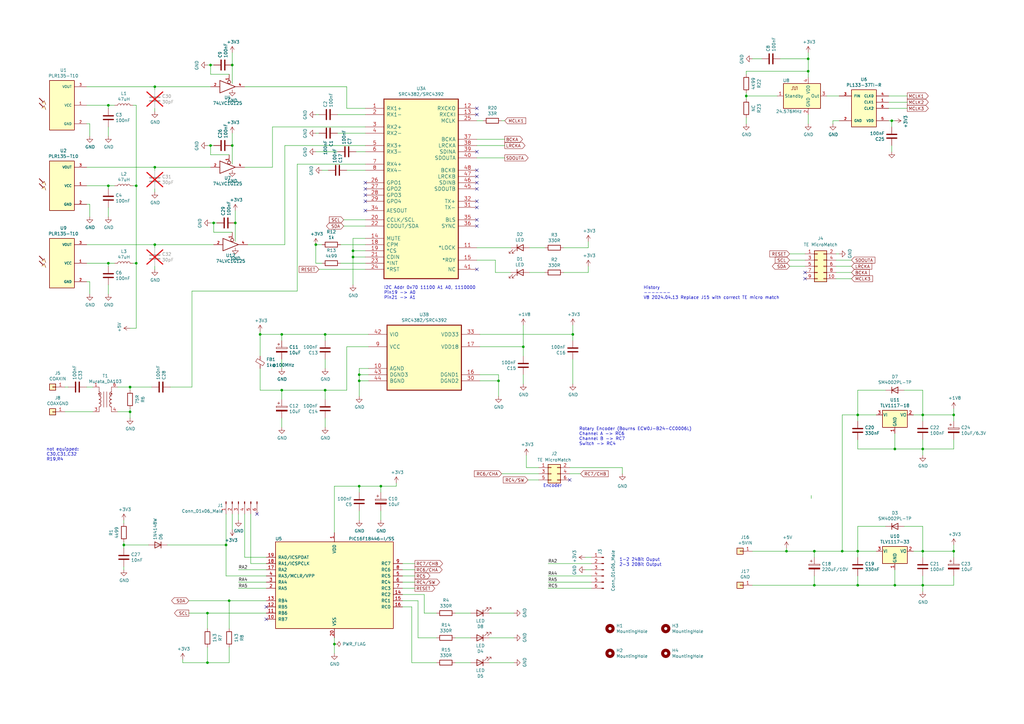
<source format=kicad_sch>
(kicad_sch (version 20231120) (generator "eeschema") (generator_version "8.0")
  (paper "A3")
  (title_block (title "Async sample rate converter") (date "2024-04-17") (rev "V8"))
  (junction (at 144.78 105.41))
  (junction (at 147.32 156.21))
  (junction (at 53.34 168.91))
  (junction (at 92.71 223.52))
  (junction (at 345.44 226.06))
  (junction (at 391.16 226.06))
  (junction (at 306.07 39.37))
  (junction (at 214.63 142.24))
  (junction (at 156.21 199.39))
  (junction (at 367.03 240.03))
  (junction (at 137.16 264.16))
  (junction (at 55.88 76.2))
  (junction (at 44.45 43.18))
  (junction (at 378.46 240.03))
  (junction (at 53.34 158.75))
  (junction (at 63.5 68.58))
  (junction (at 95.25 59.69))
  (junction (at 378.46 184.15))
  (junction (at 144.78 102.87))
  (junction (at 85.09 271.78))
  (junction (at 351.79 226.06))
  (junction (at 378.46 170.18))
  (junction (at 365.76 49.53))
  (junction (at 391.16 170.18))
  (junction (at 55.88 107.95))
  (junction (at 147.32 199.39))
  (junction (at 322.58 226.06))
  (junction (at 351.79 170.18))
  (junction (at 93.98 246.38))
  (junction (at 87.63 91.44))
  (junction (at 133.35 137.16))
  (junction (at 351.79 240.03))
  (junction (at 204.47 156.21))
  (junction (at 85.09 251.46))
  (junction (at 63.5 35.56))
  (junction (at 44.45 76.2))
  (junction (at 331.47 29.21))
  (junction (at 115.57 137.16))
  (junction (at 147.32 153.67))
  (junction (at 86.36 26.67))
  (junction (at 96.52 91.44))
  (junction (at 63.5 100.33))
  (junction (at 115.57 160.02))
  (junction (at 86.36 59.69))
  (junction (at 367.03 184.15))
  (junction (at 106.68 137.16))
  (junction (at 133.35 160.02))
  (junction (at 334.01 240.03))
  (junction (at 331.47 24.13))
  (junction (at 234.95 137.16))
  (junction (at 129.54 100.33))
  (junction (at 334.01 226.06))
  (junction (at 44.45 107.95))
  (junction (at 378.46 226.06))
  (junction (at 95.25 26.67))
  (junction (at 50.8 223.52))
  (no_connect (at 109.22 254))
  (no_connect (at 330.2 114.3))
  (no_connect (at 105.41 210.82))
  (no_connect (at 195.58 46.99))
  (no_connect (at 109.22 248.92))
  (no_connect (at 149.86 82.55))
  (no_connect (at 149.86 86.36))
  (no_connect (at 233.68 196.85))
  (no_connect (at 195.58 110.49))
  (no_connect (at 195.58 77.47))
  (no_connect (at 195.58 62.23))
  (no_connect (at 149.86 80.01))
  (no_connect (at 195.58 92.71))
  (no_connect (at 330.2 111.76))
  (no_connect (at 195.58 82.55))
  (no_connect (at 195.58 44.45))
  (no_connect (at 195.58 72.39))
  (no_connect (at 195.58 69.85))
  (no_connect (at 149.86 77.47))
  (no_connect (at 195.58 90.17))
  (no_connect (at 195.58 74.93))
  (no_connect (at 195.58 85.09))
  (no_connect (at 149.86 74.93))
  (wire (pts (xy 109.22 231.14) (xy 102.87 231.14)))
  (wire (pts (xy 97.79 241.3) (xy 109.22 241.3)))
  (wire (pts (xy 130.81 54.61) (xy 129.54 54.61)))
  (wire (pts (xy 367.03 184.15) (xy 351.79 184.15)))
  (wire (pts (xy 205.74 194.31) (xy 220.98 194.31)))
  (wire (pts (xy 46.99 43.18) (xy 44.45 43.18)))
  (wire (pts (xy 165.1 246.38) (xy 171.45 246.38)))
  (wire (pts (xy 255.27 191.77) (xy 255.27 194.31)))
  (wire (pts (xy 50.8 224.79) (xy 50.8 223.52)))
  (wire (pts (xy 35.56 68.58) (xy 63.5 68.58)))
  (wire (pts (xy 147.32 156.21) (xy 147.32 153.67)))
  (wire (pts (xy 195.58 101.6) (xy 209.55 101.6)))
  (wire (pts (xy 63.5 36.83) (xy 63.5 35.56)))
  (wire (pts (xy 351.79 228.6) (xy 351.79 226.06)))
  (wire (pts (xy 44.45 77.47) (xy 44.45 76.2)))
  (wire (pts (xy 364.49 44.45) (xy 372.11 44.45)))
  (wire (pts (xy 378.46 160.02) (xy 370.84 160.02)))
  (wire (pts (xy 139.7 107.95) (xy 149.86 107.95)))
  (wire (pts (xy 351.79 170.18) (xy 359.41 170.18)))
  (wire (pts (xy 149.86 54.61) (xy 138.43 54.61)))
  (wire (pts (xy 93.98 30.48) (xy 86.36 30.48)))
  (wire (pts (xy 74.93 271.78) (xy 85.09 271.78)))
  (wire (pts (xy 133.35 151.13) (xy 133.35 147.32)))
  (wire (pts (xy 378.46 170.18) (xy 374.65 170.18)))
  (wire (pts (xy 195.58 49.53) (xy 198.12 49.53)))
  (wire (pts (xy 86.36 30.48) (xy 86.36 26.67)))
  (wire (pts (xy 240.03 228.6) (xy 242.57 228.6)))
  (wire (pts (xy 87.63 100.33) (xy 63.5 100.33)))
  (wire (pts (xy 173.99 243.84) (xy 173.99 251.46)))
  (wire (pts (xy 378.46 228.6) (xy 378.46 226.06)))
  (wire (pts (xy 111.76 68.58) (xy 111.76 52.07)))
  (wire (pts (xy 142.24 69.85) (xy 149.86 69.85)))
  (wire (pts (xy 170.18 236.22) (xy 165.1 236.22)))
  (wire (pts (xy 179.07 271.78) (xy 168.91 271.78)))
  (wire (pts (xy 351.79 172.72) (xy 351.79 170.18)))
  (wire (pts (xy 53.34 171.45) (xy 53.34 168.91)))
  (wire (pts (xy 234.95 133.35) (xy 234.95 137.16)))
  (wire (pts (xy 133.35 137.16) (xy 115.57 137.16)))
  (wire (pts (xy 149.86 46.99) (xy 138.43 46.99)))
  (wire (pts (xy 142.24 35.56) (xy 142.24 44.45)))
  (wire (pts (xy 378.46 186.69) (xy 378.46 184.15)))
  (wire (pts (xy 134.62 69.85) (xy 132.08 69.85)))
  (wire (pts (xy 204.47 153.67) (xy 204.47 156.21)))
  (wire (pts (xy 133.35 139.7) (xy 133.35 137.16)))
  (wire (pts (xy 95.25 59.69) (xy 95.25 67.31)))
  (wire (pts (xy 391.16 184.15) (xy 391.16 180.34)))
  (wire (pts (xy 86.36 59.69) (xy 86.36 63.5)))
  (wire (pts (xy 156.21 199.39) (xy 156.21 201.93)))
  (wire (pts (xy 35.56 76.2) (xy 44.45 76.2)))
  (wire (pts (xy 44.45 120.65) (xy 44.45 116.84)))
  (wire (pts (xy 308.61 226.06) (xy 322.58 226.06)))
  (wire (pts (xy 121.92 67.31) (xy 149.86 67.31)))
  (wire (pts (xy 63.5 100.33) (xy 35.56 100.33)))
  (wire (pts (xy 215.9 191.77) (xy 215.9 186.69)))
  (wire (pts (xy 93.98 63.5) (xy 86.36 63.5)))
  (wire (pts (xy 318.77 39.37) (xy 306.07 39.37)))
  (wire (pts (xy 115.57 137.16) (xy 106.68 137.16)))
  (wire (pts (xy 332.74 204.47) (xy 332.74 203.2)))
  (wire (pts (xy 132.08 100.33) (xy 129.54 100.33)))
  (wire (pts (xy 165.1 243.84) (xy 173.99 243.84)))
  (wire (pts (xy 351.79 184.15) (xy 351.79 180.34)))
  (wire (pts (xy 334.01 226.06) (xy 345.44 226.06)))
  (wire (pts (xy 147.32 162.56) (xy 147.32 156.21)))
  (wire (pts (xy 85.09 271.78) (xy 93.98 271.78)))
  (wire (pts (xy 132.08 107.95) (xy 129.54 107.95)))
  (wire (pts (xy 349.25 114.3) (xy 342.9 114.3)))
  (wire (pts (xy 92.71 223.52) (xy 92.71 236.22)))
  (wire (pts (xy 133.35 160.02) (xy 133.35 163.83)))
  (wire (pts (xy 331.47 50.8) (xy 331.47 46.99)))
  (wire (pts (xy 364.49 41.91) (xy 372.11 41.91)))
  (wire (pts (xy 334.01 226.06) (xy 334.01 228.6)))
  (wire (pts (xy 331.47 24.13) (xy 331.47 29.21)))
  (wire (pts (xy 106.68 137.16) (xy 106.68 135.89)))
  (wire (pts (xy 35.56 35.56) (xy 63.5 35.56)))
  (wire (pts (xy 35.56 158.75) (xy 38.1 158.75)))
  (wire (pts (xy 129.54 107.95) (xy 129.54 100.33)))
  (wire (pts (xy 378.46 236.22) (xy 378.46 240.03)))
  (wire (pts (xy 378.46 184.15) (xy 391.16 184.15)))
  (wire (pts (xy 63.5 78.74) (xy 63.5 77.47)))
  (wire (pts (xy 50.8 233.68) (xy 50.8 232.41)))
  (wire (pts (xy 100.33 228.6) (xy 100.33 210.82)))
  (wire (pts (xy 115.57 175.26) (xy 115.57 171.45)))
  (wire (pts (xy 63.5 45.72) (xy 63.5 44.45)))
  (wire (pts (xy 351.79 170.18) (xy 345.44 170.18)))
  (wire (pts (xy 214.63 133.35) (xy 214.63 142.24)))
  (wire (pts (xy 130.81 110.49) (xy 149.86 110.49)))
  (wire (pts (xy 139.7 100.33) (xy 149.86 100.33)))
  (wire (pts (xy 142.24 142.24) (xy 142.24 160.02)))
  (wire (pts (xy 151.13 156.21) (xy 147.32 156.21)))
  (wire (pts (xy 339.09 39.37) (xy 344.17 39.37)))
  (wire (pts (xy 363.22 215.9) (xy 351.79 215.9)))
  (wire (pts (xy 133.35 175.26) (xy 133.35 171.45)))
  (wire (pts (xy 27.94 158.75) (xy 26.67 158.75)))
  (wire (pts (xy 147.32 213.36) (xy 147.32 209.55)))
  (wire (pts (xy 349.25 106.68) (xy 342.9 106.68)))
  (wire (pts (xy 214.63 146.05) (xy 214.63 142.24)))
  (wire (pts (xy 224.79 241.3) (xy 242.57 241.3)))
  (wire (pts (xy 97.79 233.68) (xy 109.22 233.68)))
  (wire (pts (xy 147.32 153.67) (xy 151.13 153.67)))
  (wire (pts (xy 50.8 214.63) (xy 50.8 213.36)))
  (wire (pts (xy 26.67 168.91) (xy 38.1 168.91)))
  (wire (pts (xy 200.66 271.78) (xy 210.82 271.78)))
  (wire (pts (xy 165.1 241.3) (xy 170.18 241.3)))
  (wire (pts (xy 129.54 62.23) (xy 138.43 62.23)))
  (wire (pts (xy 391.16 167.64) (xy 391.16 170.18)))
  (wire (pts (xy 200.66 251.46) (xy 210.82 251.46)))
  (wire (pts (xy 231.14 111.76) (xy 241.3 111.76)))
  (wire (pts (xy 115.57 151.13) (xy 115.57 147.32)))
  (wire (pts (xy 85.09 59.69) (xy 86.36 59.69)))
  (wire (pts (xy 378.46 180.34) (xy 378.46 184.15)))
  (wire (pts (xy 92.71 210.82) (xy 92.71 223.52)))
  (wire (pts (xy 55.88 107.95) (xy 55.88 76.2)))
  (wire (pts (xy 36.83 83.82) (xy 35.56 83.82)))
  (wire (pts (xy 63.5 110.49) (xy 63.5 109.22)))
  (wire (pts (xy 365.76 52.07) (xy 365.76 49.53)))
  (wire (pts (xy 149.86 92.71) (xy 140.97 92.71)))
  (wire (pts (xy 116.84 59.69) (xy 149.86 59.69)))
  (wire (pts (xy 74.93 270.51) (xy 74.93 271.78)))
  (wire (pts (xy 203.2 106.68) (xy 195.58 106.68)))
  (wire (pts (xy 170.18 231.14) (xy 165.1 231.14)))
  (wire (pts (xy 55.88 76.2) (xy 55.88 43.18)))
  (wire (pts (xy 391.16 240.03) (xy 391.16 236.22)))
  (wire (pts (xy 334.01 240.03) (xy 334.01 236.22)))
  (wire (pts (xy 349.25 109.22) (xy 342.9 109.22)))
  (wire (pts (xy 63.5 69.85) (xy 63.5 68.58)))
  (wire (pts (xy 111.76 52.07) (xy 149.86 52.07)))
  (wire (pts (xy 142.24 44.45) (xy 149.86 44.45)))
  (wire (pts (xy 378.46 242.57) (xy 378.46 240.03)))
  (wire (pts (xy 95.25 95.25) (xy 87.63 95.25)))
  (wire (pts (xy 115.57 163.83) (xy 115.57 160.02)))
  (wire (pts (xy 351.79 226.06) (xy 359.41 226.06)))
  (wire (pts (xy 186.69 271.78) (xy 193.04 271.78)))
  (wire (pts (xy 95.25 217.17) (xy 95.25 210.82)))
  (wire (pts (xy 233.68 191.77) (xy 255.27 191.77)))
  (wire (pts (xy 63.5 68.58) (xy 86.36 68.58)))
  (wire (pts (xy 86.36 91.44) (xy 87.63 91.44)))
  (wire (pts (xy 209.55 111.76) (xy 203.2 111.76)))
  (wire (pts (xy 306.07 38.1) (xy 306.07 39.37)))
  (wire (pts (xy 241.3 101.6) (xy 241.3 99.06)))
  (wire (pts (xy 44.45 44.45) (xy 44.45 43.18)))
  (wire (pts (xy 224.79 238.76) (xy 242.57 238.76)))
  (wire (pts (xy 46.99 107.95) (xy 44.45 107.95)))
  (wire (pts (xy 144.78 105.41) (xy 144.78 102.87)))
  (wire (pts (xy 306.07 48.26) (xy 306.07 50.8)))
  (wire (pts (xy 85.09 257.81) (xy 85.09 251.46)))
  (wire (pts (xy 87.63 91.44) (xy 88.9 91.44)))
  (wire (pts (xy 151.13 137.16) (xy 133.35 137.16)))
  (wire (pts (xy 378.46 226.06) (xy 374.65 226.06)))
  (wire (pts (xy 351.79 160.02) (xy 351.79 170.18)))
  (wire (pts (xy 240.03 233.68) (xy 242.57 233.68)))
  (wire (pts (xy 133.35 160.02) (xy 142.24 160.02)))
  (wire (pts (xy 162.56 199.39) (xy 156.21 199.39)))
  (wire (pts (xy 170.18 233.68) (xy 165.1 233.68)))
  (wire (pts (xy 378.46 240.03) (xy 391.16 240.03)))
  (wire (pts (xy 44.45 109.22) (xy 44.45 107.95)))
  (wire (pts (xy 200.66 261.62) (xy 210.82 261.62)))
  (wire (pts (xy 204.47 156.21) (xy 196.85 156.21)))
  (wire (pts (xy 330.2 106.68) (xy 323.85 106.68)))
  (wire (pts (xy 149.86 62.23) (xy 146.05 62.23)))
  (wire (pts (xy 115.57 160.02) (xy 106.68 160.02)))
  (wire (pts (xy 93.98 246.38) (xy 109.22 246.38)))
  (wire (pts (xy 186.69 261.62) (xy 193.04 261.62)))
  (wire (pts (xy 96.52 86.36) (xy 96.52 91.44)))
  (wire (pts (xy 391.16 170.18) (xy 378.46 170.18)))
  (wire (pts (xy 224.79 236.22) (xy 242.57 236.22)))
  (wire (pts (xy 86.36 26.67) (xy 87.63 26.67)))
  (wire (pts (xy 330.2 104.14) (xy 323.85 104.14)))
  (wire (pts (xy 147.32 199.39) (xy 147.32 201.93)))
  (wire (pts (xy 205.74 49.53) (xy 207.01 49.53)))
  (wire (pts (xy 95.25 54.61) (xy 95.25 59.69)))
  (wire (pts (xy 144.78 116.84) (xy 144.78 105.41)))
  (wire (pts (xy 195.58 59.69) (xy 207.01 59.69)))
  (wire (pts (xy 214.63 142.24) (xy 196.85 142.24)))
  (wire (pts (xy 96.52 91.44) (xy 96.52 99.06)))
  (wire (pts (xy 173.99 251.46) (xy 179.07 251.46)))
  (wire (pts (xy 36.83 115.57) (xy 35.56 115.57)))
  (wire (pts (xy 331.47 24.13) (xy 320.04 24.13)))
  (wire (pts (xy 364.49 39.37) (xy 372.11 39.37)))
  (wire (pts (xy 63.5 35.56) (xy 86.36 35.56)))
  (wire (pts (xy 100.33 68.58) (xy 111.76 68.58)))
  (wire (pts (xy 345.44 226.06) (xy 351.79 226.06)))
  (wire (pts (xy 93.98 271.78) (xy 93.98 265.43)))
  (wire (pts (xy 233.68 194.31) (xy 238.125 194.31)))
  (wire (pts (xy 351.79 215.9) (xy 351.79 226.06)))
  (wire (pts (xy 367.03 184.15) (xy 367.03 177.8)))
  (wire (pts (xy 351.79 240.03) (xy 334.01 240.03)))
  (wire (pts (xy 367.03 49.53) (xy 365.76 49.53)))
  (wire (pts (xy 203.2 111.76) (xy 203.2 106.68)))
  (wire (pts (xy 69.85 158.75) (xy 78.74 158.75)))
  (wire (pts (xy 53.34 158.75) (xy 62.23 158.75)))
  (wire (pts (xy 36.83 88.9) (xy 36.83 83.82)))
  (wire (pts (xy 179.07 261.62) (xy 171.45 261.62)))
  (wire (pts (xy 48.26 158.75) (xy 53.34 158.75)))
  (wire (pts (xy 306.07 29.21) (xy 331.47 29.21)))
  (wire (pts (xy 44.45 55.88) (xy 44.45 52.07)))
  (wire (pts (xy 36.83 50.8) (xy 35.56 50.8)))
  (wire (pts (xy 53.34 134.62) (xy 55.88 134.62)))
  (wire (pts (xy 367.03 240.03) (xy 351.79 240.03)))
  (wire (pts (xy 170.18 238.76) (xy 165.1 238.76)))
  (wire (pts (xy 331.47 24.13) (xy 331.47 21.59)))
  (wire (pts (xy 217.17 111.76) (xy 223.52 111.76)))
  (wire (pts (xy 129.54 46.99) (xy 130.81 46.99)))
  (wire (pts (xy 220.98 191.77) (xy 215.9 191.77)))
  (wire (pts (xy 378.46 170.18) (xy 378.46 160.02)))
  (wire (pts (xy 345.44 170.18) (xy 345.44 226.06)))
  (wire (pts (xy 100.33 35.56) (xy 142.24 35.56)))
  (wire (pts (xy 35.56 107.95) (xy 44.45 107.95)))
  (wire (pts (xy 306.07 30.48) (xy 306.07 29.21)))
  (wire (pts (xy 144.78 102.87) (xy 149.86 102.87)))
  (wire (pts (xy 77.47 246.38) (xy 93.98 246.38)))
  (wire (pts (xy 195.58 57.15) (xy 207.01 57.15)))
  (wire (pts (xy 137.16 199.39) (xy 137.16 218.44)))
  (wire (pts (xy 92.71 236.22) (xy 109.22 236.22)))
  (wire (pts (xy 308.61 240.03) (xy 334.01 240.03)))
  (wire (pts (xy 363.22 160.02) (xy 351.79 160.02)))
  (wire (pts (xy 342.9 104.14) (xy 344.17 104.14)))
  (wire (pts (xy 151.13 151.13) (xy 147.32 151.13)))
  (wire (pts (xy 78.74 119.38) (xy 78.74 158.75)))
  (wire (pts (xy 331.47 29.21) (xy 331.47 31.75)))
  (wire (pts (xy 217.17 101.6) (xy 223.52 101.6)))
  (wire (pts (xy 149.86 97.79) (xy 144.78 97.79)))
  (wire (pts (xy 55.88 107.95) (xy 55.88 134.62)))
  (wire (pts (xy 137.16 264.16) (xy 137.16 261.62)))
  (wire (pts (xy 351.79 240.03) (xy 351.79 236.22)))
  (wire (pts (xy 97.79 238.76) (xy 109.22 238.76)))
  (wire (pts (xy 68.58 223.52) (xy 92.71 223.52)))
  (wire (pts (xy 241.3 111.76) (xy 241.3 109.22)))
  (wire (pts (xy 365.76 62.23) (xy 365.76 59.69)))
  (wire (pts (xy 330.2 109.22) (xy 323.85 109.22)))
  (wire (pts (xy 341.63 49.53) (xy 344.17 49.53)))
  (wire (pts (xy 48.26 168.91) (xy 53.34 168.91)))
  (wire (pts (xy 36.83 120.65) (xy 36.83 115.57)))
  (wire (pts (xy 171.45 246.38) (xy 171.45 261.62)))
  (wire (pts (xy 60.96 223.52) (xy 50.8 223.52)))
  (wire (pts (xy 63.5 101.6) (xy 63.5 100.33)))
  (wire (pts (xy 109.22 228.6) (xy 100.33 228.6)))
  (wire (pts (xy 86.36 59.69) (xy 87.63 59.69)))
  (wire (pts (xy 50.8 223.52) (xy 50.8 222.25)))
  (wire (pts (xy 116.84 100.33) (xy 101.6 100.33)))
  (wire (pts (xy 162.56 198.12) (xy 162.56 199.39)))
  (wire (pts (xy 234.95 137.16) (xy 234.95 139.7)))
  (wire (pts (xy 95.25 21.59) (xy 95.25 26.67)))
  (wire (pts (xy 142.24 142.24) (xy 151.13 142.24)))
  (wire (pts (xy 322.58 224.79) (xy 322.58 226.06)))
  (wire (pts (xy 341.63 50.8) (xy 341.63 49.53)))
  (wire (pts (xy 196.85 153.67) (xy 204.47 153.67)))
  (wire (pts (xy 85.09 26.67) (xy 86.36 26.67)))
  (wire (pts (xy 55.88 76.2) (xy 54.61 76.2)))
  (wire (pts (xy 391.16 172.72) (xy 391.16 170.18)))
  (wire (pts (xy 97.79 213.36) (xy 97.79 210.82)))
  (wire (pts (xy 308.61 24.13) (xy 312.42 24.13)))
  (wire (pts (xy 322.58 226.06) (xy 334.01 226.06)))
  (wire (pts (xy 55.88 107.95) (xy 54.61 107.95)))
  (wire (pts (xy 137.16 267.97) (xy 137.16 264.16)))
  (wire (pts (xy 378.46 184.15) (xy 367.03 184.15)))
  (wire (pts (xy 121.92 119.38) (xy 78.74 119.38)))
  (wire (pts (xy 106.68 151.13) (xy 106.68 160.02)))
  (wire (pts (xy 115.57 160.02) (xy 133.35 160.02)))
  (wire (pts (xy 121.92 67.31) (xy 121.92 119.38)))
  (wire (pts (xy 168.91 248.92) (xy 165.1 248.92)))
  (wire (pts (xy 391.16 226.06) (xy 378.46 226.06)))
  (wire (pts (xy 186.69 251.46) (xy 193.04 251.46)))
  (wire (pts (xy 147.32 199.39) (xy 137.16 199.39)))
  (wire (pts (xy 367.03 240.03) (xy 367.03 233.68)))
  (wire (pts (xy 87.63 95.25) (xy 87.63 91.44)))
  (wire (pts (xy 391.16 223.52) (xy 391.16 226.06)))
  (wire (pts (xy 365.76 49.53) (xy 364.49 49.53)))
  (wire (pts (xy 149.86 105.41) (xy 144.78 105.41)))
  (wire (pts (xy 53.34 168.91) (xy 53.34 167.64)))
  (wire (pts (xy 378.46 226.06) (xy 378.46 215.9)))
  (wire (pts (xy 168.91 248.92) (xy 168.91 271.78)))
  (wire (pts (xy 214.63 157.48) (xy 214.63 153.67)))
  (wire (pts (xy 54.61 43.18) (xy 55.88 43.18)))
  (wire (pts (xy 234.95 157.48) (xy 234.95 147.32)))
  (wire (pts (xy 207.01 64.77) (xy 195.58 64.77)))
  (wire (pts (xy 36.83 55.88) (xy 36.83 50.8)))
  (wire (pts (xy 391.16 228.6) (xy 391.16 226.06)))
  (wire (pts (xy 77.47 251.46) (xy 85.09 251.46)))
  (wire (pts (xy 53.34 160.02) (xy 53.34 158.75)))
  (wire (pts (xy 349.25 111.76) (xy 342.9 111.76)))
  (wire (pts (xy 85.09 265.43) (xy 85.09 271.78)))
  (wire (pts (xy 102.87 231.14) (xy 102.87 210.82)))
  (wire (pts (xy 147.32 151.13) (xy 147.32 153.67)))
  (wire (pts (xy 116.84 59.69) (xy 116.84 100.33)))
  (wire (pts (xy 95.25 26.67) (xy 95.25 34.29)))
  (wire (pts (xy 378.46 172.72) (xy 378.46 170.18)))
  (wire (pts (xy 378.46 240.03) (xy 367.03 240.03)))
  (wire (pts (xy 224.79 231.14) (xy 242.57 231.14)))
  (wire (pts (xy 156.21 213.36) (xy 156.21 209.55)))
  (wire (pts (xy 115.57 137.16) (xy 115.57 139.7)))
  (wire (pts (xy 231.14 101.6) (xy 241.3 101.6)))
  (wire (pts (xy 35.56 43.18) (xy 44.45 43.18)))
  (wire (pts (xy 156.21 199.39) (xy 147.32 199.39)))
  (wire (pts (xy 46.99 76.2) (xy 44.45 76.2)))
  (wire (pts (xy 216.535 196.85) (xy 220.98 196.85)))
  (wire (pts (xy 378.46 215.9) (xy 370.84 215.9)))
  (wire (pts (xy 106.68 146.05) (xy 106.68 137.16)))
  (wire (pts (xy 144.78 97.79) (xy 144.78 102.87)))
  (wire (pts (xy 44.45 88.9) (xy 44.45 85.09)))
  (wire (pts (xy 306.07 39.37) (xy 306.07 40.64)))
  (wire (pts (xy 204.47 162.56) (xy 204.47 156.21)))
  (wire (pts (xy 140.97 90.17) (xy 149.86 90.17)))
  (wire (pts (xy 93.98 257.81) (xy 93.98 246.38)))
  (wire (pts (xy 85.09 251.46) (xy 109.22 251.46)))
  (wire (pts (xy 196.85 137.16) (xy 234.95 137.16)))
  (text "I2C Addr 0x70 11100 A1 A0, 1110000\nPin19 -> A0\nPin21 -> A1\n\n\n" (at 157.48 127 0) (effects (font (size 1.27 1.27)) (justify left bottom)))
  (text "History\n-------\nV8 2024.04.13 Replace J15 with correct TE micro match" (at 263.906 120.142 0) (effects (font (size 1.27 1.27)) (justify left)))
  (text "1-2 24Bit Ouput\n2-3 20Bit Output" (at 254 232.41 0) (effects (font (size 1.27 1.27)) (justify left bottom)))
  (text "Rotary Encoder (Bourns ECW0J-B24-CC0006L)\nChannel A -> RC6\nChannel B -> RC7\nSwitch -> RC4" (at 237.49 182.88 0) (effects (font (size 1.27 1.27)) (justify left bottom)))
  (text "Encoder" (at 230.505 200.025 0) (effects (font (size 1.27 1.27)) (justify right bottom)))
  (text "not equipped:\nC30,C31,C32\nR19,R4" (at 19.05 189.23 0) (effects (font (size 1.27 1.27)) (justify left bottom)))
  (label "RA4" (at 97.79 238.76 0))
  (label "RA5" (at 97.79 241.3 0))
  (label "RA5" (at 224.79 238.76 0))
  (label "RA4" (at 224.79 236.22 0))
  (label "RA2" (at 97.79 233.68 0))
  (label "RA2" (at 224.79 231.14 0))
  (label "RC5" (at 224.79 241.3 0))
  (global_label "SCL" (shape input) (at 140.97 90.17 180) (property "Intersheetrefs" "${INTERSHEET_REFS}" (effects (hide yes))))
  (global_label "MCLK1" (shape input) (at 207.01 49.53 0) (property "Intersheetrefs" "${INTERSHEET_REFS}" (effects (hide yes))))
  (global_label "RC4{slash}SW" (shape input) (at 216.535 196.85 180) (property "Intersheetrefs" "${INTERSHEET_REFS}" (effects (hide yes))))
  (global_label "RC6{slash}CHA" (shape output) (at 170.18 233.68 0) (property "Intersheetrefs" "${INTERSHEET_REFS}" (effects (hide yes))))
  (global_label "LRCKA" (shape output) (at 207.01 59.69 0) (property "Intersheetrefs" "${INTERSHEET_REFS}" (effects (hide yes))))
  (global_label "RC6{slash}CHA" (shape input) (at 205.74 194.31 180) (property "Intersheetrefs" "${INTERSHEET_REFS}" (effects (hide yes))))
  (global_label "SDA" (shape bidirectional) (at 140.97 92.71 180) (property "Intersheetrefs" "${INTERSHEET_REFS}" (effects (hide yes))))
  (global_label "MCLK3" (shape output) (at 372.11 44.45 0) (property "Intersheetrefs" "${INTERSHEET_REFS}" (effects (hide yes))))
  (global_label "RESET" (shape output) (at 170.18 241.3 0) (property "Intersheetrefs" "${INTERSHEET_REFS}" (effects (hide yes))))
  (global_label "RC7{slash}CHB" (shape output) (at 170.18 231.14 0) (property "Intersheetrefs" "${INTERSHEET_REFS}" (effects (hide yes))))
  (global_label "RESET" (shape input) (at 323.85 104.14 180) (property "Intersheetrefs" "${INTERSHEET_REFS}" (effects (hide yes))))
  (global_label "MCLK1" (shape output) (at 372.11 39.37 0) (property "Intersheetrefs" "${INTERSHEET_REFS}" (effects (hide yes))))
  (global_label "RC7{slash}CHB" (shape input) (at 238.125 194.31 0) (property "Intersheetrefs" "${INTERSHEET_REFS}" (effects (hide yes))))
  (global_label "SDOUTA" (shape output) (at 207.01 64.77 0) (property "Intersheetrefs" "${INTERSHEET_REFS}" (effects (hide yes))))
  (global_label "RESET" (shape input) (at 130.81 110.49 180) (property "Intersheetrefs" "${INTERSHEET_REFS}" (effects (hide yes))))
  (global_label "SDA" (shape bidirectional) (at 77.47 246.38 180) (property "Intersheetrefs" "${INTERSHEET_REFS}" (effects (hide yes))))
  (global_label "BCKA" (shape input) (at 349.25 111.76 0) (property "Intersheetrefs" "${INTERSHEET_REFS}" (effects (hide yes))))
  (global_label "MCLK2" (shape output) (at 372.11 41.91 0) (property "Intersheetrefs" "${INTERSHEET_REFS}" (effects (hide yes))))
  (global_label "SDOUTA" (shape input) (at 349.25 106.68 0) (property "Intersheetrefs" "${INTERSHEET_REFS}" (effects (hide yes))))
  (global_label "SCL" (shape output) (at 77.47 251.46 180) (property "Intersheetrefs" "${INTERSHEET_REFS}" (effects (hide yes))))
  (global_label "SDA" (shape bidirectional) (at 323.85 109.22 180) (property "Intersheetrefs" "${INTERSHEET_REFS}" (effects (hide yes))))
  (global_label "RC5" (shape output) (at 170.18 236.22 0) (property "Intersheetrefs" "${INTERSHEET_REFS}" (effects (hide yes))))
  (global_label "MCLK3" (shape input) (at 349.25 114.3 0) (property "Intersheetrefs" "${INTERSHEET_REFS}" (effects (hide yes))))
  (global_label "BCKA" (shape output) (at 207.01 57.15 0) (property "Intersheetrefs" "${INTERSHEET_REFS}" (effects (hide yes))))
  (global_label "RC4{slash}SW" (shape output) (at 170.18 238.76 0) (property "Intersheetrefs" "${INTERSHEET_REFS}" (effects (hide yes))))
  (global_label "LRCKA" (shape input) (at 349.25 109.22 0) (property "Intersheetrefs" "${INTERSHEET_REFS}" (effects (hide yes))))
  (global_label "SCL" (shape input) (at 323.85 106.68 180) (property "Intersheetrefs" "${INTERSHEET_REFS}" (effects (hide yes))))
  (symbol (lib_id "Device:C") (at 147.32 205.74 180) (unit 1)
    (property "Reference" "C5" (at 144.399 206.9084 0) (effects (justify left)))
    (property "Value" "100nF" (at 144.399 204.597 0) (effects (justify left)))
    (property "Footprint" "Capacitor_SMD:C_0603_1608Metric_Pad1.08x0.95mm_HandSolder" (effects (hide yes)))
    (property "manf#" "CL10B104KB8NNNL" (effects (hide yes)))
  )
  (symbol (lib_id "power:GND") (at 137.16 267.97 0) (unit 1)
    (property "Reference" "#PWR0115" (effects (hide yes)))
    (property "Value" "GND" (at 137.287 272.3642 0))
  )
  (symbol (lib_id "power:PWR_FLAG") (at 137.16 264.16 270) (unit 1)
    (property "Reference" "#FLG0101" (effects (hide yes)))
    (property "Value" "PWR_FLAG" (at 140.4112 264.16 90) (effects (justify left)))
  )
  (symbol (lib_id "MCU_Microchip_PIC16:PIC16F1829-IP") (at 137.16 241.3 0) (unit 1)
    (property "Reference" "U5" (at 114.3 220.98 0))
    (property "Value" "PIC16F18446-I/SS" (at 152.4 220.98 0))
    (property "Footprint" "Package_SO:SSOP-20_5.3x7.2mm_P0.65mm" (effects (hide yes)))
    (property "Datasheet" "http://ww1.microchip.com/downloads/en/DeviceDoc/41440C.pdf" (effects (hide yes)))
    (property "manf#" "PIC16F18446-I/SO" (effects (hide yes)))
  )
  (symbol (lib_id "kicad-snk:SRC4392") (at 149.86 44.45 0) (unit 1)
    (property "Reference" "U3" (at 172.72 36.322 0))
    (property "Value" "SRC4382/SRC4392" (at 172.72 38.6334 0))
    (property "Footprint" "Package_QFP:TQFP-48_7x7mm_P0.5mm" (effects (hide yes)))
    (property "manf#" "SRC4392IPFBR" (effects (hide yes)))
  )
  (symbol (lib_id "kicad-snk:SRC4392") (at 151.13 137.16 0) (unit 2)
    (property "Reference" "U3" (at 173.99 129.032 0))
    (property "Value" "SRC4382/SRC4392" (at 173.99 131.3434 0))
    (property "Footprint" "Package_QFP:TQFP-48_7x7mm_P0.5mm" (effects (hide yes)))
    (property "manf#" "SRC4392IPFBR" (effects (hide yes)))
  )
  (symbol (lib_id "kicad-snk:PLR135-T10") (at 25.4 43.18 0) (mirror y) (unit 1)
    (property "Reference" "U1" (at 26.0096 28.7782 0))
    (property "Value" "PLR135-T10" (at 26.0096 31.0896 0))
    (property "Footprint" "PLR135-T10_PLT133-T10W" (effects (hide yes)))
    (property "manf#" "PLR135/T10" (effects (hide yes)))
  )
  (symbol (lib_id "Device:C") (at 134.62 46.99 270) (unit 1)
    (property "Reference" "C2" (at 133.4516 44.069 0) (effects (justify right)))
    (property "Value" "100nF" (at 135.763 44.069 0) (effects (justify right)))
    (property "Footprint" "Capacitor_SMD:C_0603_1608Metric_Pad1.08x0.95mm_HandSolder" (effects (hide yes)))
    (property "manf#" "CL10B104KB8NNNL" (effects (hide yes)))
  )
  (symbol (lib_id "Device:C") (at 134.62 54.61 90) (unit 1)
    (property "Reference" "C1" (at 135.7884 57.531 0) (effects (justify right)))
    (property "Value" "100nF" (at 133.477 57.531 0) (effects (justify right)))
    (property "Footprint" "Capacitor_SMD:C_0603_1608Metric_Pad1.08x0.95mm_HandSolder" (effects (hide yes)))
    (property "manf#" "CL10B104KB8NNNL" (effects (hide yes)))
  )
  (symbol (lib_id "Device:LED") (at 213.36 101.6 0) (unit 1)
    (property "Reference" "D2" (at 213.1822 96.0882 0))
    (property "Value" "LED" (at 213.1822 98.3996 0))
    (property "Footprint" "LED_SMD:LED_0603_1608Metric_Pad1.05x0.95mm_HandSolder" (effects (hide yes)))
    (property "manf#" "LG R971-KN-1" (effects (hide yes)))
  )
  (symbol (lib_id "Device:LED") (at 213.36 111.76 0) (unit 1)
    (property "Reference" "D1" (at 213.1822 106.2482 0))
    (property "Value" "LED" (at 213.1822 108.5596 0))
    (property "Footprint" "LED_SMD:LED_0603_1608Metric_Pad1.05x0.95mm_HandSolder" (effects (hide yes)))
    (property "manf#" "LG R971-KN-1" (effects (hide yes)))
  )
  (symbol (lib_id "Mechanical:MountingHole") (at 250.19 257.81 0) (unit 1)
    (property "Reference" "H1" (at 252.73 256.6416 0) (effects (justify left)))
    (property "Value" "MountingHole" (at 252.73 258.953 0) (effects (justify left)))
    (property "Footprint" "MountingHole:MountingHole_3.2mm_M3_Pad_Via" (effects (hide yes)))
  )
  (symbol (lib_id "Mechanical:MountingHole") (at 273.05 257.81 0) (unit 1)
    (property "Reference" "H3" (at 275.59 256.6416 0) (effects (justify left)))
    (property "Value" "MountingHole" (at 275.59 258.953 0) (effects (justify left)))
    (property "Footprint" "MountingHole:MountingHole_3.2mm_M3_Pad_Via" (effects (hide yes)))
  )
  (symbol (lib_id "Mechanical:MountingHole") (at 250.19 267.97 0) (unit 1)
    (property "Reference" "H2" (at 252.73 266.8016 0) (effects (justify left)))
    (property "Value" "MountingHole" (at 252.73 269.113 0) (effects (justify left)))
    (property "Footprint" "MountingHole:MountingHole_3.2mm_M3_Pad_Via" (effects (hide yes)))
  )
  (symbol (lib_id "Mechanical:MountingHole") (at 273.05 267.97 0) (unit 1)
    (property "Reference" "H4" (at 275.59 266.8016 0) (effects (justify left)))
    (property "Value" "MountingHole" (at 275.59 269.113 0) (effects (justify left)))
    (property "Footprint" "MountingHole:MountingHole_3.2mm_M3_Pad_Via" (effects (hide yes)))
  )
  (symbol (lib_id "Device:R") (at 227.33 101.6 270) (unit 1)
    (property "Reference" "R3" (at 227.33 96.3422 90))
    (property "Value" "330R" (at 227.33 98.6536 90))
    (property "Footprint" "Resistor_SMD:R_0603_1608Metric_Pad0.98x0.95mm_HandSolder" (effects (hide yes)))
    (property "manf#" "RT0603FRD07330RL" (effects (hide yes)))
  )
  (symbol (lib_id "Device:R") (at 227.33 111.76 270) (unit 1)
    (property "Reference" "R2" (at 227.33 106.5022 90))
    (property "Value" "330R" (at 227.33 108.8136 90))
    (property "Footprint" "Resistor_SMD:R_0603_1608Metric_Pad0.98x0.95mm_HandSolder" (effects (hide yes)))
    (property "manf#" "RT0603FRD07330RL" (effects (hide yes)))
  )
  (symbol (lib_id "power:+3.3V") (at 241.3 99.06 0) (unit 1)
    (property "Reference" "#PWR0101" (effects (hide yes)))
    (property "Value" "+3V3" (at 241.681 94.6658 0))
  )
  (symbol (lib_id "power:+3.3V") (at 241.3 109.22 0) (unit 1)
    (property "Reference" "#PWR0102" (effects (hide yes)))
    (property "Value" "+3V3" (at 241.681 104.8258 0))
  )
  (symbol (lib_id "Device:C") (at 44.45 48.26 180) (unit 1)
    (property "Reference" "C3" (at 47.371 47.0916 0) (effects (justify right)))
    (property "Value" "100nF" (at 47.371 49.403 0) (effects (justify right)))
    (property "Footprint" "Capacitor_SMD:C_0603_1608Metric_Pad1.08x0.95mm_HandSolder" (effects (hide yes)))
    (property "manf#" "CL10B104KB8NNNL" (effects (hide yes)))
  )
  (symbol (lib_id "power:GND") (at 36.83 55.88 0) (unit 1)
    (property "Reference" "#PWR0104" (effects (hide yes)))
    (property "Value" "GND" (at 36.957 60.2742 0))
  )
  (symbol (lib_id "power:GND") (at 44.45 55.88 0) (unit 1)
    (property "Reference" "#PWR0105" (effects (hide yes)))
    (property "Value" "GND" (at 44.577 60.2742 0))
  )
  (symbol (lib_id "kicad-snk:PLR135-T10") (at 25.4 76.2 0) (mirror y) (unit 1)
    (property "Reference" "U2" (at 26.0096 61.7982 0))
    (property "Value" "PLR135-T10" (at 26.0096 64.1096 0))
    (property "Footprint" "PLR135-T10_PLT133-T10W" (effects (hide yes)))
    (property "manf#" "PLR135/T10" (effects (hide yes)))
  )
  (symbol (lib_id "Device:C") (at 44.45 81.28 180) (unit 1)
    (property "Reference" "C4" (at 47.371 80.1116 0) (effects (justify right)))
    (property "Value" "100nF" (at 47.371 82.423 0) (effects (justify right)))
    (property "Footprint" "Capacitor_SMD:C_0603_1608Metric_Pad1.08x0.95mm_HandSolder" (effects (hide yes)))
    (property "manf#" "CL10B104KB8NNNL" (effects (hide yes)))
  )
  (symbol (lib_id "power:GND") (at 36.83 88.9 0) (unit 1)
    (property "Reference" "#PWR0107" (effects (hide yes)))
    (property "Value" "GND" (at 36.957 93.2942 0))
  )
  (symbol (lib_id "power:GND") (at 44.45 88.9 0) (unit 1)
    (property "Reference" "#PWR0108" (effects (hide yes)))
    (property "Value" "GND" (at 44.577 93.2942 0))
  )
  (symbol (lib_id "power:GND") (at 129.54 46.99 270) (unit 1)
    (property "Reference" "#PWR0109" (effects (hide yes)))
    (property "Value" "GND" (at 125.1458 47.117 0))
  )
  (symbol (lib_id "power:GND") (at 129.54 54.61 270) (unit 1)
    (property "Reference" "#PWR0110" (effects (hide yes)))
    (property "Value" "GND" (at 125.1458 54.737 0))
  )
  (symbol (lib_id "Device:R") (at 85.09 261.62 180) (unit 1)
    (property "Reference" "R7" (at 90.3478 261.62 90))
    (property "Value" "1k3" (at 88.0364 261.62 90))
    (property "Footprint" "Resistor_SMD:R_0603_1608Metric_Pad0.98x0.95mm_HandSolder" (effects (hide yes)))
    (property "manf#" "RT0603FRE074K99L" (effects (hide yes)))
  )
  (symbol (lib_id "Device:R") (at 93.98 261.62 180) (unit 1)
    (property "Reference" "R8" (at 99.2378 261.62 90))
    (property "Value" "1k3" (at 96.9264 261.62 90))
    (property "Footprint" "Resistor_SMD:R_0603_1608Metric_Pad0.98x0.95mm_HandSolder" (effects (hide yes)))
    (property "manf#" "RT0603FRE074K99L" (effects (hide yes)))
  )
  (symbol (lib_id "power:+3.3V") (at 74.93 270.51 0) (unit 1)
    (property "Reference" "#PWR0111" (effects (hide yes)))
    (property "Value" "+3V3" (at 75.311 266.1158 0))
  )
  (symbol (lib_id "power:+3.3V") (at 162.56 198.12 0) (unit 1)
    (property "Reference" "#PWR0112" (effects (hide yes)))
    (property "Value" "+3V3" (at 162.941 193.7258 0))
  )
  (symbol (lib_id "Connector:Conn_01x06_Male") (at 97.79 205.74 90) (mirror x) (unit 1)
    (property "Reference" "J1" (at 91.5924 207.3148 90) (effects (justify left)))
    (property "Value" "Conn_01x06_Male" (at 91.5924 209.6262 90) (effects (justify left)))
    (property "Footprint" "Connector_PinHeader_2.54mm:PinHeader_1x06_P2.54mm_Vertical" (effects (hide yes)))
  )
  (symbol (lib_id "power:+3.3V") (at 95.25 217.17 180) (unit 1)
    (property "Reference" "#PWR0113" (effects (hide yes)))
    (property "Value" "+3V3" (at 94.869 221.5642 0))
  )
  (symbol (lib_id "power:GND") (at 97.79 213.36 0) (unit 1)
    (property "Reference" "#PWR0114" (effects (hide yes)))
    (property "Value" "GND" (at 97.917 217.7542 0))
  )
  (symbol (lib_id "power:+3.3V") (at 331.47 21.59 0) (unit 1)
    (property "Reference" "#PWR0145" (effects (hide yes)))
    (property "Value" "+3V3" (at 331.851 17.1958 0))
  )
  (symbol (lib_id "power:GND") (at 308.61 24.13 270) (unit 1)
    (property "Reference" "#PWR0155" (effects (hide yes)))
    (property "Value" "GND" (at 304.2158 24.257 0))
  )
  (symbol (lib_id "dac-rescue:CP-Device") (at 156.21 205.74 0) (unit 1)
    (property "Reference" "C10" (at 159.2072 204.5716 0) (effects (justify left)))
    (property "Value" "10uF" (at 159.2072 206.883 0) (effects (justify left)))
    (property "Footprint" "Capacitor_Tantalum_SMD:CP_EIA-2012-12_Kemet-R_Pad1.30x1.05mm_HandSolder" (effects (hide yes)))
    (property "manf#" "TCJB106M025R0100" (effects (hide yes)))
  )
  (symbol (lib_id "power:GND") (at 147.32 213.36 0) (unit 1)
    (property "Reference" "#PWR0122" (effects (hide yes)))
    (property "Value" "GND" (at 147.447 217.7542 0))
  )
  (symbol (lib_id "power:GND") (at 156.21 213.36 0) (unit 1)
    (property "Reference" "#PWR0123" (effects (hide yes)))
    (property "Value" "GND" (at 156.337 217.7542 0))
  )
  (symbol (lib_id "Device:C") (at 133.35 143.51 180) (unit 1)
    (property "Reference" "C13" (at 130.429 144.6784 0) (effects (justify left)))
    (property "Value" "100nF" (at 130.429 142.367 0) (effects (justify left)))
    (property "Footprint" "Capacitor_SMD:C_0603_1608Metric_Pad1.08x0.95mm_HandSolder" (effects (hide yes)))
    (property "manf#" "CL10B104KB8NNNL" (effects (hide yes)))
  )
  (symbol (lib_id "dac-rescue:CP-Device") (at 115.57 143.51 0) (unit 1)
    (property "Reference" "C11" (at 118.5672 142.3416 0) (effects (justify left)))
    (property "Value" "10uF" (at 118.5672 144.653 0) (effects (justify left)))
    (property "Footprint" "Capacitor_Tantalum_SMD:CP_EIA-2012-12_Kemet-R_Pad1.30x1.05mm_HandSolder" (effects (hide yes)))
    (property "manf#" "TCJB106M025R0100" (effects (hide yes)))
  )
  (symbol (lib_id "Device:C") (at 133.35 167.64 180) (unit 1)
    (property "Reference" "C14" (at 130.429 168.8084 0) (effects (justify left)))
    (property "Value" "100nF" (at 130.429 166.497 0) (effects (justify left)))
    (property "Footprint" "Capacitor_SMD:C_0603_1608Metric_Pad1.08x0.95mm_HandSolder" (effects (hide yes)))
    (property "manf#" "CL10B104KB8NNNL" (effects (hide yes)))
  )
  (symbol (lib_id "dac-rescue:CP-Device") (at 115.57 167.64 0) (unit 1)
    (property "Reference" "C12" (at 118.5672 166.4716 0) (effects (justify left)))
    (property "Value" "10uF" (at 118.5672 168.783 0) (effects (justify left)))
    (property "Footprint" "Capacitor_Tantalum_SMD:CP_EIA-2012-12_Kemet-R_Pad1.30x1.05mm_HandSolder" (effects (hide yes)))
    (property "manf#" "TCJB106M025R0100" (effects (hide yes)))
  )
  (symbol (lib_id "power:GND") (at 147.32 162.56 0) (unit 1)
    (property "Reference" "#PWR0124" (effects (hide yes)))
    (property "Value" "GND" (at 147.447 166.9542 0))
  )
  (symbol (lib_id "power:GND") (at 204.47 162.56 0) (unit 1)
    (property "Reference" "#PWR0125" (effects (hide yes)))
    (property "Value" "GND" (at 204.597 166.9542 0))
  )
  (symbol (lib_id "power:GND") (at 115.57 151.13 0) (unit 1)
    (property "Reference" "#PWR0126" (effects (hide yes)))
    (property "Value" "GND" (at 115.697 155.5242 0))
  )
  (symbol (lib_id "power:GND") (at 133.35 151.13 0) (unit 1)
    (property "Reference" "#PWR0127" (effects (hide yes)))
    (property "Value" "GND" (at 133.477 155.5242 0))
  )
  (symbol (lib_id "power:GND") (at 115.57 175.26 0) (unit 1)
    (property "Reference" "#PWR0128" (effects (hide yes)))
    (property "Value" "GND" (at 115.697 179.6542 0))
  )
  (symbol (lib_id "power:GND") (at 133.35 175.26 0) (unit 1)
    (property "Reference" "#PWR0129" (effects (hide yes)))
    (property "Value" "GND" (at 133.477 179.6542 0))
  )
  (symbol (lib_id "power:+3.3V") (at 106.68 135.89 0) (unit 1)
    (property "Reference" "#PWR0130" (effects (hide yes)))
    (property "Value" "+3V3" (at 107.061 131.4958 0))
  )
  (symbol (lib_id "Device:C") (at 214.63 149.86 180) (unit 1)
    (property "Reference" "C15" (at 211.709 151.0284 0) (effects (justify left)))
    (property "Value" "100nF" (at 211.709 148.717 0) (effects (justify left)))
    (property "Footprint" "Capacitor_SMD:C_0603_1608Metric_Pad1.08x0.95mm_HandSolder" (effects (hide yes)))
    (property "manf#" "CL10B104KB8NNNL" (effects (hide yes)))
  )
  (symbol (lib_id "Device:C") (at 234.95 143.51 180) (unit 1)
    (property "Reference" "C16" (at 232.029 144.6784 0) (effects (justify left)))
    (property "Value" "100nF" (at 232.029 142.367 0) (effects (justify left)))
    (property "Footprint" "Capacitor_SMD:C_0603_1608Metric_Pad1.08x0.95mm_HandSolder" (effects (hide yes)))
    (property "manf#" "CL10B104KB8NNNL" (effects (hide yes)))
  )
  (symbol (lib_id "power:GND") (at 214.63 157.48 0) (unit 1)
    (property "Reference" "#PWR0132" (effects (hide yes)))
    (property "Value" "GND" (at 214.757 161.8742 0))
  )
  (symbol (lib_id "power:GND") (at 234.95 157.48 0) (unit 1)
    (property "Reference" "#PWR0133" (effects (hide yes)))
    (property "Value" "GND" (at 235.077 161.8742 0))
  )
  (symbol (lib_id "power:+3.3V") (at 234.95 133.35 0) (unit 1)
    (property "Reference" "#PWR0134" (effects (hide yes)))
    (property "Value" "+3V3" (at 235.331 128.9558 0))
  )
  (symbol (lib_id "power:+1V8") (at 214.63 133.35 0) (unit 1)
    (property "Reference" "#PWR0135" (effects (hide yes)))
    (property "Value" "+1V8" (at 215.011 128.9558 0))
  )
  (symbol (lib_id "Device:L") (at 50.8 43.18 90) (unit 1)
    (property "Reference" "L1" (at 50.8 38.354 90))
    (property "Value" "47uH" (at 50.8 40.6654 90))
    (property "Footprint" "Inductor_SMD:L_0805_2012Metric_Pad1.05x1.20mm_HandSolder" (effects (hide yes)))
    (property "manf#" "MLZ2012M470WT000" (effects (hide yes)))
  )
  (symbol (lib_id "Oscillator:ASDMB-xxxMHz") (at 328.93 39.37 0) (unit 1)
    (property "Reference" "U8" (at 323.85 33.02 0) (effects (justify right)))
    (property "Value" "24.576MHz" (at 328.93 45.72 0) (effects (justify right)))
    (property "Footprint" "Crystal:Crystal_SMD_3225-4Pin_3.2x2.5mm_HandSoldering" (effects (hide yes)))
    (property "Datasheet" "https://abracon.com/Oscillators/ASDMB.pdf" (effects (hide yes)))
    (property "manf#" "ECS-TXO-3225MV-245.7-TR" (effects (hide yes)))
  )
  (symbol (lib_id "Regulator_Linear:TLV1117-33") (at 367.03 226.06 0) (unit 1)
    (property "Reference" "U10" (at 367.03 219.9132 0))
    (property "Value" "TLV1117-33" (at 367.03 222.2246 0))
    (property "Footprint" "Package_TO_SOT_SMD:SOT-223-3_TabPin2" (effects (hide yes)))
    (property "Datasheet" "http://www.ti.com/lit/ds/symlink/tlv1117.pdf" (effects (hide yes)))
    (property "manf#" "TLV1117-33IDCYR" (effects (hide yes)))
  )
  (symbol (lib_id "dac-rescue:CP-Device") (at 334.01 232.41 0) (unit 1)
    (property "Reference" "C18" (at 337.0072 231.2416 0) (effects (justify left)))
    (property "Value" "220uF/10V" (at 337.0072 233.553 0) (effects (justify left)))
    (property "Footprint" "Capacitor_THT:CP_Radial_D6.3mm_P2.50mm" (effects (hide yes)))
    (property "manf#" "35YXF100MEFC8X11.5" (effects (hide yes)))
  )
  (symbol (lib_id "Device:C") (at 378.46 232.41 0) (unit 1)
    (property "Reference" "C21" (at 381.381 231.2416 0) (effects (justify left)))
    (property "Value" "100nF" (at 381.381 233.553 0) (effects (justify left)))
    (property "Footprint" "Capacitor_SMD:C_0805_2012Metric_Pad1.18x1.45mm_HandSolder" (effects (hide yes)))
    (property "manf#" "CL21B104KBCNNNC" (effects (hide yes)))
  )
  (symbol (lib_id "dac-rescue:CP-Device") (at 391.16 232.41 0) (unit 1)
    (property "Reference" "C23" (at 394.1572 231.2416 0) (effects (justify left)))
    (property "Value" "10uF" (at 394.1572 233.553 0) (effects (justify left)))
    (property "Footprint" "Capacitor_Tantalum_SMD:CP_EIA-2012-12_Kemet-R_Pad1.30x1.05mm_HandSolder" (effects (hide yes)))
    (property "manf#" "TCJB106M025R0100" (effects (hide yes)))
  )
  (symbol (lib_id "power:GND") (at 378.46 242.57 0) (unit 1)
    (property "Reference" "#PWR0136" (effects (hide yes)))
    (property "Value" "GND" (at 378.587 246.9642 0))
  )
  (symbol (lib_id "power:+3.3V") (at 391.16 223.52 0) (unit 1)
    (property "Reference" "#PWR0137" (effects (hide yes)))
    (property "Value" "+3V3" (at 391.541 219.1258 0))
  )
  (symbol (lib_id "Device:C") (at 378.46 176.53 0) (unit 1)
    (property "Reference" "C22" (at 381.381 175.3616 0) (effects (justify left)))
    (property "Value" "100nF" (at 381.381 177.673 0) (effects (justify left)))
    (property "Footprint" "Capacitor_SMD:C_0805_2012Metric_Pad1.18x1.45mm_HandSolder" (effects (hide yes)))
    (property "manf#" "CL21B104KBCNNNC" (effects (hide yes)))
  )
  (symbol (lib_id "dac-rescue:CP-Device") (at 391.16 176.53 0) (unit 1)
    (property "Reference" "C24" (at 394.1572 175.3616 0) (effects (justify left)))
    (property "Value" "10uF/6.3V" (at 394.1572 177.673 0) (effects (justify left)))
    (property "Footprint" "Capacitor_Tantalum_SMD:CP_EIA-2012-12_Kemet-R_Pad1.30x1.05mm_HandSolder" (effects (hide yes)))
    (property "manf#" "TCJB106M025R0100" (effects (hide yes)))
  )
  (symbol (lib_id "power:GND") (at 378.46 186.69 0) (unit 1)
    (property "Reference" "#PWR0138" (effects (hide yes)))
    (property "Value" "GND" (at 378.587 191.0842 0))
  )
  (symbol (lib_id "power:+5V") (at 322.58 224.79 0) (unit 1)
    (property "Reference" "#PWR0103" (effects (hide yes)))
    (property "Value" "+5V" (at 322.961 220.3958 0))
  )
  (symbol (lib_id "Regulator_Linear:TLV1117-18") (at 367.03 170.18 0) (unit 1)
    (property "Reference" "U11" (at 367.03 164.0332 0))
    (property "Value" "TLV1117-18" (at 367.03 166.3446 0))
    (property "Footprint" "Package_TO_SOT_SMD:SOT-223-3_TabPin2" (effects (hide yes)))
    (property "Datasheet" "http://www.ti.com/lit/ds/symlink/tlv1117.pdf" (effects (hide yes)))
    (property "manf#" "TLV1117-18CDCYR" (effects (hide yes)))
  )
  (symbol (lib_id "power:+1V8") (at 391.16 167.64 0) (unit 1)
    (property "Reference" "#PWR0139" (effects (hide yes)))
    (property "Value" "+1V8" (at 391.541 163.2458 0))
  )
  (symbol (lib_id "Device:C") (at 351.79 176.53 0) (unit 1)
    (property "Reference" "C20" (at 354.711 175.3616 0) (effects (justify left)))
    (property "Value" "330nF" (at 354.711 177.673 0) (effects (justify left)))
    (property "Footprint" "Capacitor_SMD:C_0805_2012Metric_Pad1.18x1.45mm_HandSolder" (effects (hide yes)))
    (property "manf#" "CL21B334KBFNNNE" (effects (hide yes)))
  )
  (symbol (lib_id "Device:C") (at 351.79 232.41 0) (unit 1)
    (property "Reference" "C19" (at 354.711 231.2416 0) (effects (justify left)))
    (property "Value" "330nF" (at 354.711 233.553 0) (effects (justify left)))
    (property "Footprint" "Capacitor_SMD:C_0805_2012Metric_Pad1.18x1.45mm_HandSolder" (effects (hide yes)))
    (property "manf#" "CL21B334KBFNNNE" (effects (hide yes)))
  )
  (symbol (lib_id "power:+5V") (at 53.34 134.62 90) (unit 1)
    (property "Reference" "#PWR0106" (effects (hide yes)))
    (property "Value" "+5V" (at 48.9458 134.239 0))
  )
  (symbol (lib_id "kicad-snk:PL133-37TI-R") (at 354.33 46.99 0) (unit 1)
    (property "Reference" "U6" (at 354.33 32.5882 0))
    (property "Value" "PL133-37TI-R" (at 354.33 34.8996 0))
    (property "Footprint" "Package_TO_SOT_SMD:SOT-23-6" (effects (hide yes)))
    (property "manf#" "PL133-37TI-R" (effects (hide yes)))
  )
  (symbol (lib_id "power:+3.3V") (at 367.03 49.53 270) (unit 1)
    (property "Reference" "#PWR0160" (effects (hide yes)))
    (property "Value" "+3V3" (at 371.4242 49.911 0))
  )
  (symbol (lib_id "Device:C") (at 365.76 55.88 180) (unit 1)
    (property "Reference" "C25" (at 362.839 57.0484 0) (effects (justify left)))
    (property "Value" "100nF" (at 362.839 54.737 0) (effects (justify left)))
    (property "Footprint" "Capacitor_SMD:C_0603_1608Metric_Pad1.08x0.95mm_HandSolder" (effects (hide yes)))
    (property "manf#" "CL10B104KB8NNNL" (effects (hide yes)))
  )
  (symbol (lib_id "power:GND") (at 365.76 62.23 0) (unit 1)
    (property "Reference" "#PWR0161" (effects (hide yes)))
    (property "Value" "GND" (effects (hide yes)))
  )
  (symbol (lib_id "power:GND") (at 341.63 50.8 0) (unit 1)
    (property "Reference" "#PWR0162" (effects (hide yes)))
    (property "Value" "GND" (at 341.757 55.1942 0))
  )
  (symbol (lib_id "Device:R") (at 50.8 218.44 0) (unit 1)
    (property "Reference" "R1" (at 45.5422 218.44 90))
    (property "Value" "4k99" (at 47.8536 218.44 90))
    (property "Footprint" "Resistor_SMD:R_0603_1608Metric_Pad0.98x0.95mm_HandSolder" (effects (hide yes)))
    (property "manf#" "RT0603FRE074K99L" (effects (hide yes)))
  )
  (symbol (lib_id "Device:C") (at 50.8 228.6 0) (unit 1)
    (property "Reference" "C27" (at 53.721 227.4316 0) (effects (justify left)))
    (property "Value" "10nF" (at 53.721 229.743 0) (effects (justify left)))
    (property "Footprint" "Capacitor_SMD:C_0603_1608Metric_Pad1.08x0.95mm_HandSolder" (effects (hide yes)))
    (property "manf#" "CL10B103KB8NNNC" (effects (hide yes)))
  )
  (symbol (lib_id "Diode:1N4148W") (at 64.77 223.52 0) (mirror y) (unit 1)
    (property "Reference" "D6" (at 65.9384 221.488 90) (effects (justify left)))
    (property "Value" "1N4148W" (at 63.627 221.488 90) (effects (justify left)))
    (property "Footprint" "Diode_SMD:D_SOD-123" (effects (hide yes)))
    (property "Datasheet" "https://www.vishay.com/docs/85748/1n4148w.pdf" (effects (hide yes)))
    (property "manf#" "1N4148W-7-F" (effects (hide yes)))
  )
  (symbol (lib_id "power:GND") (at 50.8 233.68 0) (unit 1)
    (property "Reference" "#PWR0116" (effects (hide yes)))
    (property "Value" "GND" (at 50.927 238.0742 0))
  )
  (symbol (lib_id "power:GND") (at 144.78 116.84 0) (unit 1)
    (property "Reference" "#PWR0140" (effects (hide yes)))
    (property "Value" "GND" (at 144.907 121.2342 0))
  )
  (symbol (lib_id "Device:R") (at 135.89 100.33 270) (unit 1)
    (property "Reference" "R12" (at 135.89 95.0722 90))
    (property "Value" "1k" (at 135.89 97.3836 90))
    (property "Footprint" "Resistor_SMD:R_0603_1608Metric_Pad0.98x0.95mm_HandSolder" (effects (hide yes)))
    (property "manf#" "RT0603FRE071KL" (effects (hide yes)))
  )
  (symbol (lib_id "Device:R") (at 135.89 107.95 270) (unit 1)
    (property "Reference" "R13" (at 135.89 102.6922 90))
    (property "Value" "4k99" (at 135.89 105.0036 90))
    (property "Footprint" "Resistor_SMD:R_0603_1608Metric_Pad0.98x0.95mm_HandSolder" (effects (hide yes)))
    (property "manf#" "RT0603FRE074K99L" (effects (hide yes)))
  )
  (symbol (lib_id "power:+3.3V") (at 129.54 100.33 0) (unit 1)
    (property "Reference" "#PWR0141" (effects (hide yes)))
    (property "Value" "+3V3" (at 129.921 95.9358 0))
  )
  (symbol (lib_id "power:+3.3V") (at 50.8 213.36 0) (unit 1)
    (property "Reference" "#PWR0118" (effects (hide yes)))
    (property "Value" "+3V3" (at 51.181 208.9658 0))
  )
  (symbol (lib_id "Device:L") (at 50.8 76.2 90) (unit 1)
    (property "Reference" "L2" (at 50.8 71.374 90))
    (property "Value" "47uH" (at 50.8 73.6854 90))
    (property "Footprint" "Inductor_SMD:L_0805_2012Metric_Pad1.05x1.20mm_HandSolder" (effects (hide yes)))
    (property "manf#" "MLZ2012M470WT000" (effects (hide yes)))
  )
  (symbol (lib_id "Device:C") (at 142.24 62.23 90) (mirror x) (unit 1)
    (property "Reference" "C7" (at 143.4084 59.309 0) (effects (justify right)))
    (property "Value" "100nF" (at 141.097 59.309 0) (effects (justify right)))
    (property "Footprint" "Capacitor_SMD:C_0603_1608Metric_Pad1.08x0.95mm_HandSolder" (effects (hide yes)))
    (property "manf#" "CL10B104KB8NNNL" (effects (hide yes)))
  )
  (symbol (lib_id "power:GND") (at 129.54 62.23 270) (unit 1)
    (property "Reference" "#PWR0151" (effects (hide yes)))
    (property "Value" "GND" (at 125.1458 62.357 0))
  )
  (symbol (lib_id "Device:LED") (at 196.85 261.62 180) (unit 1)
    (property "Reference" "D4" (at 197.0278 267.1318 0))
    (property "Value" "LED" (at 197.0278 264.8204 0))
    (property "Footprint" "LED_SMD:LED_0603_1608Metric_Pad1.05x0.95mm_HandSolder" (effects (hide yes)))
    (property "manf#" "LG R971-KN-1" (effects (hide yes)))
  )
  (symbol (lib_id "Device:LED") (at 196.85 271.78 180) (unit 1)
    (property "Reference" "D5" (at 197.0278 277.2918 0))
    (property "Value" "LED" (at 197.0278 274.9804 0))
    (property "Footprint" "LED_SMD:LED_0603_1608Metric_Pad1.05x0.95mm_HandSolder" (effects (hide yes)))
    (property "manf#" "LG R971-KN-1" (effects (hide yes)))
  )
  (symbol (lib_id "Device:R") (at 182.88 261.62 270) (unit 1)
    (property "Reference" "R14" (at 182.88 256.3622 90))
    (property "Value" "330R" (at 182.88 258.6736 90))
    (property "Footprint" "Resistor_SMD:R_0603_1608Metric_Pad0.98x0.95mm_HandSolder" (effects (hide yes)))
    (property "manf#" "RT0603FRD07330RL" (effects (hide yes)))
  )
  (symbol (lib_id "Device:R") (at 182.88 271.78 270) (unit 1)
    (property "Reference" "R15" (at 182.88 266.5222 90))
    (property "Value" "330R" (at 182.88 268.8336 90))
    (property "Footprint" "Resistor_SMD:R_0603_1608Metric_Pad0.98x0.95mm_HandSolder" (effects (hide yes)))
    (property "manf#" "RT0603FRD07330RL" (effects (hide yes)))
  )
  (symbol (lib_id "Device:C") (at 138.43 69.85 90) (mirror x) (unit 1)
    (property "Reference" "C17" (at 139.5984 66.929 0) (effects (justify right)))
    (property "Value" "100nF" (at 137.287 66.929 0) (effects (justify right)))
    (property "Footprint" "Capacitor_SMD:C_0603_1608Metric_Pad1.08x0.95mm_HandSolder" (effects (hide yes)))
    (property "manf#" "CL10B104KB8NNNL" (effects (hide yes)))
  )
  (symbol (lib_id "power:GND") (at 132.08 69.85 270) (unit 1)
    (property "Reference" "#PWR0152" (effects (hide yes)))
    (property "Value" "GND" (at 127.6858 69.977 0))
  )
  (symbol (lib_id "kicad-snk:Murata_DA103") (at 43.18 163.83 0) (unit 1)
    (property "Reference" "T1" (at 43.18 154.1526 0))
    (property "Value" "Murata_DA103" (at 43.18 156.464 0))
    (property "Footprint" "kicad-snk:DA100J" (effects (hide yes)))
  )
  (symbol (lib_id "Connector_Generic:Conn_01x01") (at 21.59 158.75 180) (unit 1)
    (property "Reference" "J5" (at 23.6728 153.035 0))
    (property "Value" "COAXIN" (at 23.6728 155.3464 0))
    (property "Footprint" "Connector_Pin:Pin_D1.0mm_L10.0mm" (effects (hide yes)))
  )
  (symbol (lib_id "Connector_Generic:Conn_01x01") (at 21.59 168.91 180) (unit 1)
    (property "Reference" "J8" (at 23.6728 163.195 0))
    (property "Value" "COAXGND" (at 23.6728 165.5064 0))
    (property "Footprint" "Connector_Pin:Pin_D1.0mm_L10.0mm" (effects (hide yes)))
  )
  (symbol (lib_id "Device:R") (at 53.34 163.83 180) (unit 1)
    (property "Reference" "R6" (at 58.5978 163.83 90))
    (property "Value" "75R" (at 56.2864 163.83 90))
    (property "Footprint" "Resistor_SMD:R_0603_1608Metric_Pad0.98x0.95mm_HandSolder" (effects (hide yes)))
    (property "manf#" "RNCP0603FTD75R0" (effects (hide yes)))
  )
  (symbol (lib_id "power:GND") (at 53.34 171.45 0) (unit 1)
    (property "Reference" "#PWR0154" (effects (hide yes)))
    (property "Value" "GND" (at 53.467 175.8442 0))
  )
  (symbol (lib_id "Device:C") (at 66.04 158.75 90) (mirror x) (unit 1)
    (property "Reference" "C28" (at 67.2084 155.829 0) (effects (justify right)))
    (property "Value" "100nF" (at 64.897 155.829 0) (effects (justify right)))
    (property "Footprint" "Capacitor_SMD:C_0603_1608Metric_Pad1.08x0.95mm_HandSolder" (effects (hide yes)))
    (property "manf#" "CL10B104KB8NNNL" (effects (hide yes)))
  )
  (symbol (lib_id "74xGxx:74LVC1G125") (at 93.98 68.58 0) (unit 1)
    (property "Reference" "U7" (at 93.345 73.025 0))
    (property "Value" "74LVC1G125" (at 93.345 75.3364 0))
    (property "Footprint" "Package_TO_SOT_SMD:SOT-353_SC-70-5_Handsoldering" (effects (hide yes)))
    (property "Datasheet" "http://www.ti.com/lit/sg/scyt129e/scyt129e.pdf" (effects (hide yes)))
    (property "manf#" "74LVC1G125GW,125" (effects (hide yes)))
  )
  (symbol (lib_id "power:GND") (at 85.09 59.69 270) (unit 1)
    (property "Reference" "#PWR0157" (effects (hide yes)))
    (property "Value" "GND" (at 80.6958 59.817 0))
  )
  (symbol (lib_id "Device:C") (at 91.44 59.69 270) (unit 1)
    (property "Reference" "C26" (at 90.2716 56.769 0) (effects (justify right)))
    (property "Value" "100nF" (at 92.583 56.769 0) (effects (justify right)))
    (property "Footprint" "Capacitor_SMD:C_0603_1608Metric_Pad1.08x0.95mm_HandSolder" (effects (hide yes)))
    (property "manf#" "CL10B104KB8NNNL" (effects (hide yes)))
  )
  (symbol (lib_id "power:+3.3V") (at 95.25 54.61 0) (unit 1)
    (property "Reference" "#PWR0158" (effects (hide yes)))
    (property "Value" "+3V3" (at 95.631 50.2158 0))
  )
  (symbol (lib_id "Device:C") (at 63.5 40.64 180) (unit 1) (dnp yes)
    (property "Reference" "C30" (at 66.421 39.4716 0) (effects (justify right)))
    (property "Value" "30pF" (at 66.421 41.783 0) (effects (justify right)))
    (property "Footprint" "Capacitor_SMD:C_0603_1608Metric_Pad1.08x0.95mm_HandSolder" (effects (hide yes)))
    (property "manf#" "CL10B104KB8NNNL" (effects (hide yes)))
  )
  (symbol (lib_id "power:GND") (at 63.5 45.72 0) (unit 1)
    (property "Reference" "#PWR0119" (effects (hide yes)))
    (property "Value" "GND" (at 63.627 50.1142 0))
  )
  (symbol (lib_id "Device:C") (at 63.5 73.66 180) (unit 1) (dnp yes)
    (property "Reference" "C31" (at 66.421 72.4916 0) (effects (justify right)))
    (property "Value" "30pF" (at 66.421 74.803 0) (effects (justify right)))
    (property "Footprint" "Capacitor_SMD:C_0603_1608Metric_Pad1.08x0.95mm_HandSolder" (effects (hide yes)))
    (property "manf#" "CL10B104KB8NNNL" (effects (hide yes)))
  )
  (symbol (lib_id "power:GND") (at 63.5 78.74 0) (unit 1)
    (property "Reference" "#PWR0120" (effects (hide yes)))
    (property "Value" "GND" (at 63.627 83.1342 0))
  )
  (symbol (lib_id "Device:C") (at 63.5 105.41 180) (unit 1) (dnp yes)
    (property "Reference" "C32" (at 66.421 104.2416 0) (effects (justify right)))
    (property "Value" "30pF" (at 66.421 106.553 0) (effects (justify right)))
    (property "Footprint" "Capacitor_SMD:C_0603_1608Metric_Pad1.08x0.95mm_HandSolder" (effects (hide yes)))
    (property "manf#" "CL10B104KB8NNNL" (effects (hide yes)))
  )
  (symbol (lib_id "power:GND") (at 63.5 110.49 0) (unit 1)
    (property "Reference" "#PWR0170" (effects (hide yes)))
    (property "Value" "GND" (at 63.627 114.8842 0))
  )
  (symbol (lib_id "74xGxx:74LVC1G125") (at 95.25 100.33 0) (unit 1)
    (property "Reference" "U12" (at 94.615 104.775 0))
    (property "Value" "74LVC1G125" (at 94.615 107.0864 0))
    (property "Footprint" "Package_TO_SOT_SMD:SOT-353_SC-70-5_Handsoldering" (effects (hide yes)))
    (property "Datasheet" "http://www.ti.com/lit/sg/scyt129e/scyt129e.pdf" (effects (hide yes)))
    (property "manf#" "74LVC1G125GW,125" (effects (hide yes)))
  )
  (symbol (lib_id "power:GND") (at 86.36 91.44 270) (unit 1)
    (property "Reference" "#PWR0159" (effects (hide yes)))
    (property "Value" "GND" (at 81.9658 91.567 0))
  )
  (symbol (lib_id "Device:C") (at 92.71 91.44 270) (unit 1)
    (property "Reference" "C29" (at 91.5416 88.519 0) (effects (justify right)))
    (property "Value" "100nF" (at 93.853 88.519 0) (effects (justify right)))
    (property "Footprint" "Capacitor_SMD:C_0603_1608Metric_Pad1.08x0.95mm_HandSolder" (effects (hide yes)))
    (property "manf#" "CL10B104KB8NNNL" (effects (hide yes)))
  )
  (symbol (lib_id "power:+3.3V") (at 96.52 86.36 0) (unit 1)
    (property "Reference" "#PWR0156" (effects (hide yes)))
    (property "Value" "+3V3" (at 96.901 81.9658 0))
  )
  (symbol (lib_id "power:GND") (at 96.52 101.6 0) (unit 1)
    (property "Reference" "#PWR0142" (effects (hide yes)))
    (property "Value" "GND" (at 96.647 105.9942 0))
  )
  (symbol (lib_id "Device:C") (at 316.23 24.13 270) (unit 1)
    (property "Reference" "C8" (at 315.0616 21.209 0) (effects (justify right)))
    (property "Value" "100nF" (at 317.373 21.209 0) (effects (justify right)))
    (property "Footprint" "Capacitor_SMD:C_0603_1608Metric_Pad1.08x0.95mm_HandSolder" (effects (hide yes)))
    (property "manf#" "CL10B104KB8NNNL" (effects (hide yes)))
  )
  (symbol (lib_id "Device:R") (at 306.07 34.29 180) (unit 1)
    (property "Reference" "R22" (at 311.3278 34.29 90))
    (property "Value" "4K99" (at 309.0164 34.29 90))
    (property "Footprint" "Resistor_SMD:R_0603_1608Metric_Pad0.98x0.95mm_HandSolder" (effects (hide yes)))
    (property "manf#" "RT0603FRE074K99L" (effects (hide yes)))
  )
  (symbol (lib_id "Device:R") (at 306.07 44.45 180) (unit 1)
    (property "Reference" "R23" (at 311.3278 44.45 90))
    (property "Value" "NC" (at 309.0164 44.45 90))
    (property "Footprint" "Resistor_SMD:R_0603_1608Metric_Pad0.98x0.95mm_HandSolder" (effects (hide yes)))
  )
  (symbol (lib_id "power:GND") (at 306.07 50.8 0) (unit 1)
    (property "Reference" "#PWR0143" (effects (hide yes)))
    (property "Value" "GND" (at 306.197 55.1942 0))
  )
  (symbol (lib_id "power:GND") (at 331.47 50.8 0) (unit 1)
    (property "Reference" "#PWR0144" (effects (hide yes)))
    (property "Value" "GND" (at 331.597 55.1942 0))
  )
  (symbol (lib_id "Device:R") (at 201.93 49.53 270) (unit 1)
    (property "Reference" "R20" (at 201.93 44.2722 90))
    (property "Value" "33R" (at 201.93 46.5836 90))
    (property "Footprint" "Resistor_SMD:R_0603_1608Metric_Pad0.98x0.95mm_HandSolder" (effects (hide yes)))
    (property "manf#" "RK73Z1JLTD" (effects (hide yes)))
  )
  (symbol (lib_id "Device:C") (at 31.75 158.75 90) (mirror x) (unit 1)
    (property "Reference" "C33" (at 32.9184 155.829 0) (effects (justify right)))
    (property "Value" "100nF" (at 30.607 155.829 0) (effects (justify right)))
    (property "Footprint" "Capacitor_SMD:C_0603_1608Metric_Pad1.08x0.95mm_HandSolder" (effects (hide yes)))
    (property "manf#" "CL10B104KB8NNNL" (effects (hide yes)))
  )
  (symbol (lib_id "74xGxx:74LVC1G125") (at 93.98 35.56 0) (unit 1)
    (property "Reference" "U4" (at 93.345 40.005 0))
    (property "Value" "74LVC1G125" (at 93.345 42.3164 0))
    (property "Footprint" "Package_TO_SOT_SMD:SOT-353_SC-70-5_Handsoldering" (effects (hide yes)))
    (property "Datasheet" "http://www.ti.com/lit/sg/scyt129e/scyt129e.pdf" (effects (hide yes)))
    (property "manf#" "74LVC1G125GW,125" (effects (hide yes)))
  )
  (symbol (lib_id "power:GND") (at 85.09 26.67 270) (unit 1)
    (property "Reference" "#PWR0163" (effects (hide yes)))
    (property "Value" "GND" (at 80.6958 26.797 0))
  )
  (symbol (lib_id "Device:C") (at 91.44 26.67 270) (unit 1)
    (property "Reference" "C9" (at 90.2716 23.749 0) (effects (justify right)))
    (property "Value" "100nF" (at 92.583 23.749 0) (effects (justify right)))
    (property "Footprint" "Capacitor_SMD:C_0603_1608Metric_Pad1.08x0.95mm_HandSolder" (effects (hide yes)))
    (property "manf#" "CL10B104KB8NNNL" (effects (hide yes)))
  )
  (symbol (lib_id "power:+3.3V") (at 95.25 21.59 0) (unit 1)
    (property "Reference" "#PWR0164" (effects (hide yes)))
    (property "Value" "+3V3" (at 95.631 17.1958 0))
  )
  (symbol (lib_id "kicad-snk:PLR135-T10") (at 25.4 107.95 0) (mirror y) (unit 1)
    (property "Reference" "U9" (at 26.0096 93.5482 0))
    (property "Value" "PLR135-T10" (at 26.0096 95.8596 0))
    (property "Footprint" "PLR135-T10_PLT133-T10W" (effects (hide yes)))
    (property "manf#" "PLR135/T10" (effects (hide yes)))
  )
  (symbol (lib_id "Device:C") (at 44.45 113.03 180) (unit 1)
    (property "Reference" "C6" (at 47.371 111.8616 0) (effects (justify right)))
    (property "Value" "100nF" (at 47.371 114.173 0) (effects (justify right)))
    (property "Footprint" "Capacitor_SMD:C_0603_1608Metric_Pad1.08x0.95mm_HandSolder" (effects (hide yes)))
    (property "manf#" "CL10B104KB8NNNL" (effects (hide yes)))
  )
  (symbol (lib_id "power:GND") (at 36.83 120.65 0) (unit 1)
    (property "Reference" "#PWR0169" (effects (hide yes)))
    (property "Value" "GND" (at 36.957 125.0442 0))
  )
  (symbol (lib_id "power:GND") (at 44.45 120.65 0) (unit 1)
    (property "Reference" "#PWR0167" (effects (hide yes)))
    (property "Value" "GND" (at 44.577 125.0442 0))
  )
  (symbol (lib_id "Device:L") (at 50.8 107.95 90) (unit 1)
    (property "Reference" "L3" (at 50.8 103.124 90))
    (property "Value" "47uH" (at 50.8 105.4354 90))
    (property "Footprint" "Inductor_SMD:L_0805_2012Metric_Pad1.05x1.20mm_HandSolder" (effects (hide yes)))
    (property "manf#" "MLZ2012M470WT000" (effects (hide yes)))
  )
  (symbol (lib_id "Connector_Generic:Conn_01x01") (at 303.53 226.06 180) (unit 1)
    (property "Reference" "J16" (at 305.6128 220.345 0))
    (property "Value" "+5VIN" (at 305.6128 222.6564 0))
    (property "Footprint" "Connector_Pin:Pin_D1.0mm_L10.0mm" (effects (hide yes)))
  )
  (symbol (lib_id "Connector_Generic:Conn_01x01") (at 303.53 240.03 180) (unit 1)
    (property "Reference" "J17" (at 305.6128 234.315 0))
    (property "Value" "GND" (at 305.6128 236.6264 0))
    (property "Footprint" "Connector_Pin:Pin_D1.0mm_L10.0mm" (effects (hide yes)))
  )
  (symbol (lib_id "power:GND") (at 95.25 36.83 0) (unit 1)
    (property "Reference" "#PWR0165" (effects (hide yes)))
    (property "Value" "GND" (at 95.377 41.2242 0))
  )
  (symbol (lib_id "power:GND") (at 95.25 69.85 0) (unit 1)
    (property "Reference" "#PWR0166" (effects (hide yes)))
    (property "Value" "GND" (at 95.377 74.2442 0))
  )
  (symbol (lib_id "dac-rescue:Ferrite_Bead_Small-Device") (at 106.68 148.59 0) (unit 1)
    (property "Reference" "FB1" (at 109.22 147.4216 0) (effects (justify left)))
    (property "Value" "1k@100MHz" (at 109.22 149.733 0) (effects (justify left)))
    (property "Footprint" "Capacitor_SMD:C_0603_1608Metric_Pad1.08x0.95mm_HandSolder" (effects (hide yes)))
    (property "manf#" "742792662" (effects (hide yes)))
  )
  (symbol (lib_id "Device:R") (at 182.88 251.46 270) (unit 1)
    (property "Reference" "R4" (at 182.88 246.2022 90))
    (property "Value" "330R" (at 182.88 248.5136 90))
    (property "Footprint" "Resistor_SMD:R_0603_1608Metric_Pad0.98x0.95mm_HandSolder" (effects (hide yes)))
    (property "manf#" "RT0603FRD07330RL" (effects (hide yes)))
  )
  (symbol (lib_id "Device:LED") (at 196.85 251.46 180) (unit 1)
    (property "Reference" "D8" (at 197.0278 256.9718 0))
    (property "Value" "LED" (at 197.0278 254.6604 0))
    (property "Footprint" "LED_SMD:LED_0603_1608Metric_Pad1.05x0.95mm_HandSolder" (effects (hide yes)))
    (property "manf#" "LG R971-KN-1" (effects (hide yes)))
  )
  (symbol (lib_id "Diode:1N4002") (at 367.03 215.9 0) (unit 1)
    (property "Reference" "D3" (at 367.03 210.3882 0))
    (property "Value" "SM4002PL-TP" (at 367.03 212.6996 0))
    (property "Footprint" "Diode_SMD:D_SOD-123F" (effects (hide yes)))
    (property "Datasheet" "http://www.vishay.com/docs/88503/1n4001.pdf" (effects (hide yes)))
  )
  (symbol (lib_id "power:GND") (at 210.82 271.78 90) (unit 1)
    (property "Reference" "#PWR05" (effects (hide yes)))
    (property "Value" "GND" (at 215.2142 271.653 0))
  )
  (symbol (lib_id "power:GND") (at 255.27 194.31 0) (unit 1)
    (property "Reference" "#PWR02" (effects (hide yes)))
    (property "Value" "GND" (at 255.27 199.39 0))
  )
  (symbol (lib_id "power:+3.3V") (at 215.9 186.69 0) (unit 1)
    (property "Reference" "#PWR01" (effects (hide yes)))
    (property "Value" "+3V3" (at 216.281 182.2958 0))
  )
  (symbol (lib_id "power:GND") (at 210.82 251.46 90) (unit 1)
    (property "Reference" "#PWR07" (effects (hide yes)))
    (property "Value" "GND" (at 215.2142 251.333 0))
  )
  (symbol (lib_id "Connector_Generic:Conn_02x05_Odd_Even") (at 335.28 109.22 0) (unit 1)
    (property "Reference" "J4" (at 336.55 97.79 0))
    (property "Value" "TE MicroMatch" (at 336.55 100.33 0))
    (property "Footprint" "Connector_TE-Connectivity:TE_Micro-MaTch_1-215079-0_2x05_P1.27mm_Vertical" (effects (hide yes)))
    (property "Description" "Generic connector, double row, 02x05, odd/even pin numbering scheme (row 1 odd numbers, row 2 even numbers), script generated (kicad-library-utils/schlib/autogen/connector/)" (effects (hide yes)))
  )
  (symbol (lib_id "Diode:1N4002") (at 367.03 160.02 0) (unit 1)
    (property "Reference" "D7" (at 367.03 154.5082 0))
    (property "Value" "SM4002PL-TP" (at 367.03 156.8196 0))
    (property "Footprint" "Diode_SMD:D_SOD-123F" (effects (hide yes)))
    (property "Datasheet" "http://www.vishay.com/docs/88503/1n4001.pdf" (effects (hide yes)))
  )
  (symbol (lib_id "Connector_Generic:Conn_02x03_Odd_Even") (at 226.06 194.31 0) (unit 1)
    (property "Reference" "J2" (at 227.33 186.055 0))
    (property "Value" "TE MicroMatch" (at 227.33 188.595 0))
    (property "Footprint" "Connector_TE-Connectivity:TE_Micro-MaTch_215079-6_2x03_P1.27mm_Vertical" (effects (hide yes)))
  )
  (symbol (lib_id "power:GND") (at 210.82 261.62 90) (unit 1)
    (property "Reference" "#PWR06" (effects (hide yes)))
    (property "Value" "GND" (at 215.2142 261.493 0))
  )
  (symbol (lib_id "power:+3.3V") (at 240.03 228.6 90) (unit 1)
    (property "Reference" "#PWR04" (effects (hide yes)))
    (property "Value" "+3V3" (at 235.6358 228.219 0))
  )
  (symbol (lib_id "Connector:Conn_01x06_Male") (at 247.65 233.68 0) (mirror y) (unit 1)
    (property "Reference" "J3" (at 246.0752 227.4824 90) (effects (justify left)))
    (property "Value" "Conn_01x06_Male" (at 251.46 242.57 90) (effects (justify left)))
    (property "Footprint" "Connector_PinHeader_2.54mm:PinHeader_1x06_P2.54mm_Vertical" (effects (hide yes)))
  )
  (symbol (lib_id "power:GND") (at 344.17 104.14 90) (unit 1)
    (property "Reference" "#PWR08" (effects (hide yes)))
    (property "Value" "GND" (at 348.5642 104.013 0))
  )
  (symbol (lib_id "power:GND") (at 240.03 233.68 270) (unit 1)
    (property "Reference" "#PWR03" (effects (hide yes)))
    (property "Value" "GND" (at 235.6358 233.807 0))
  )
)
</source>
